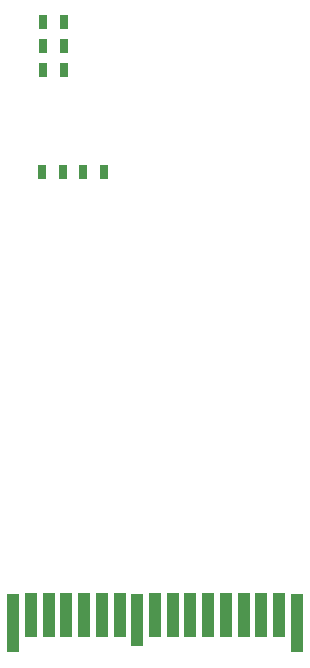
<source format=gtp>
G04 #@! TF.GenerationSoftware,KiCad,Pcbnew,8.0.1*
G04 #@! TF.CreationDate,2024-05-29T02:23:11-05:00*
G04 #@! TF.ProjectId,dsi_esp,6473695f-6573-4702-9e6b-696361645f70,1.0*
G04 #@! TF.SameCoordinates,Original*
G04 #@! TF.FileFunction,Paste,Top*
G04 #@! TF.FilePolarity,Positive*
%FSLAX46Y46*%
G04 Gerber Fmt 4.6, Leading zero omitted, Abs format (unit mm)*
G04 Created by KiCad (PCBNEW 8.0.1) date 2024-05-29 02:23:11*
%MOMM*%
%LPD*%
G01*
G04 APERTURE LIST*
%ADD10R,1.000000X5.000000*%
%ADD11R,1.000000X3.800000*%
%ADD12R,1.000000X4.500000*%
%ADD13R,0.800000X1.200000*%
G04 APERTURE END LIST*
D10*
X117400000Y-96807900D03*
D11*
X118900000Y-96207900D03*
X120400000Y-96207900D03*
X121900000Y-96207900D03*
X123400000Y-96207900D03*
X124900000Y-96207900D03*
X126400000Y-96207900D03*
D12*
X127900000Y-96557900D03*
D11*
X129400000Y-96207900D03*
X130900000Y-96207900D03*
X132400000Y-96207900D03*
X133900000Y-96207900D03*
X135400000Y-96207900D03*
X136900000Y-96207900D03*
X138400000Y-96207900D03*
X139900000Y-96207900D03*
D10*
X141400000Y-96807900D03*
D13*
X121700000Y-48000000D03*
X119900000Y-48000000D03*
X125100000Y-58700000D03*
X123300000Y-58700000D03*
X121700000Y-46000000D03*
X119900000Y-46000000D03*
X121700000Y-50000000D03*
X119900000Y-50000000D03*
X119800000Y-58700000D03*
X121600000Y-58700000D03*
M02*

</source>
